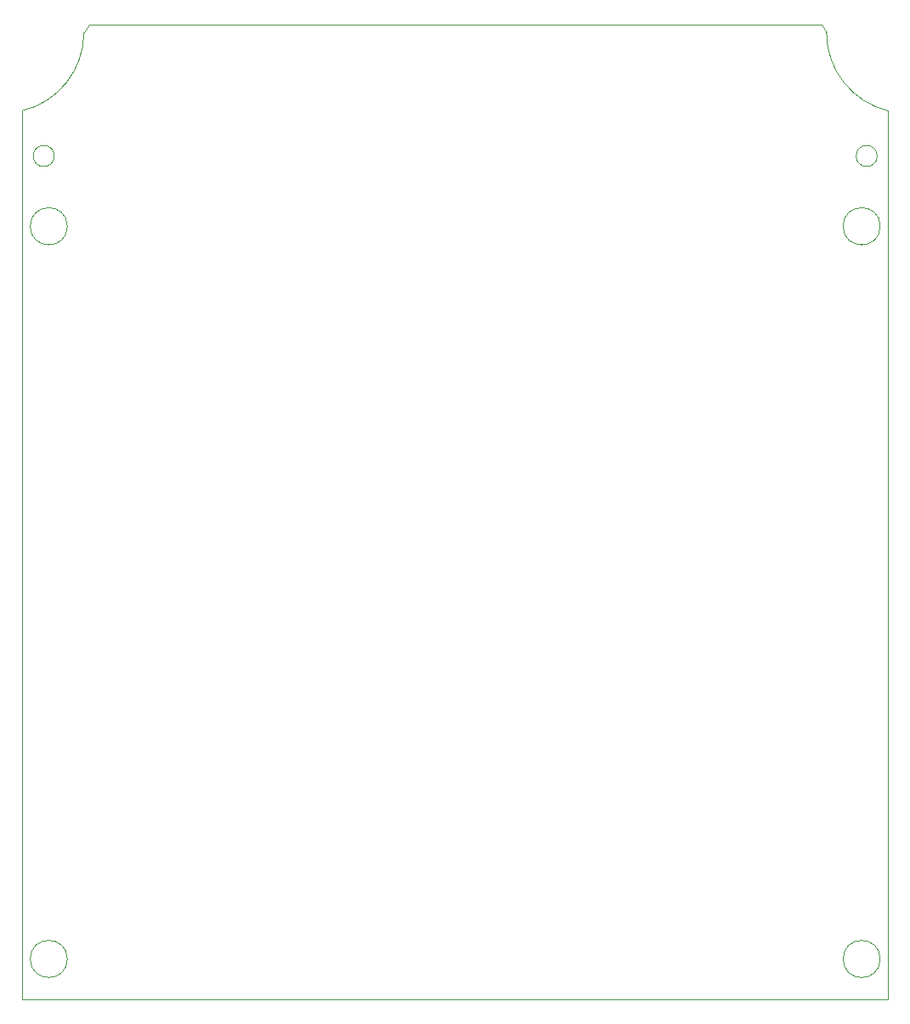
<source format=gko>
G75*
G70*
%OFA0B0*%
%FSLAX25Y25*%
%IPPOS*%
%LPD*%
%AMOC8*
5,1,8,0,0,1.08239X$1,22.5*
%
%ADD73C,0.00394*%
X0000000Y0000000D02*
%LPD*%
G01*
D73*
X0315551Y0379134D02*
X0313583Y0382283D01*
X0017717Y0015748D02*
G75*
G03*
X0003150Y0015748I-007283J0000000D01*
G01*
X0003150Y0015748D02*
G75*
G03*
X0017717Y0015748I0007283J0000000D01*
G01*
X0012598Y0330709D02*
G75*
G03*
X0004331Y0330709I-004134J0000000D01*
G01*
X0004331Y0330709D02*
G75*
G03*
X0012598Y0330709I0004134J0000000D01*
G01*
X0315551Y0379134D02*
G75*
G03*
X0339764Y0348425I0031580J0000000D01*
G01*
X0017717Y0303150D02*
G75*
G03*
X0003150Y0303150I-007283J0000000D01*
G01*
X0003150Y0303150D02*
G75*
G03*
X0017717Y0303150I0007283J0000000D01*
G01*
X0313583Y0382283D02*
X0026181Y0382283D01*
X0336614Y0303150D02*
G75*
G03*
X0322047Y0303150I-007283J0000000D01*
G01*
X0322047Y0303150D02*
G75*
G03*
X0336614Y0303150I0007283J0000000D01*
G01*
X0026181Y0382283D02*
X0024213Y0379134D01*
X0339764Y0000000D02*
X0339764Y0348425D01*
X0000000Y0000000D02*
X0000000Y0348425D01*
X0336614Y0015748D02*
G75*
G03*
X0322047Y0015748I-007283J0000000D01*
G01*
X0322047Y0015748D02*
G75*
G03*
X0336614Y0015748I0007283J0000000D01*
G01*
X0339764Y0000000D02*
X0000000Y0000000D01*
X0335433Y0330709D02*
G75*
G03*
X0327165Y0330709I-004134J0000000D01*
G01*
X0327165Y0330709D02*
G75*
G03*
X0335433Y0330709I0004134J0000000D01*
G01*
X0000000Y0348425D02*
G75*
G03*
X0024213Y0379134I-007368J0030709D01*
G01*
X0135531Y0241437D02*
G01*
G75*
X0094587Y0222343D02*
G01*
G75*
X0130020Y0244193D02*
G01*
G75*
X0243799Y0019783D02*
G01*
G75*
X0223917Y0240965D02*
G01*
G75*
M02*

</source>
